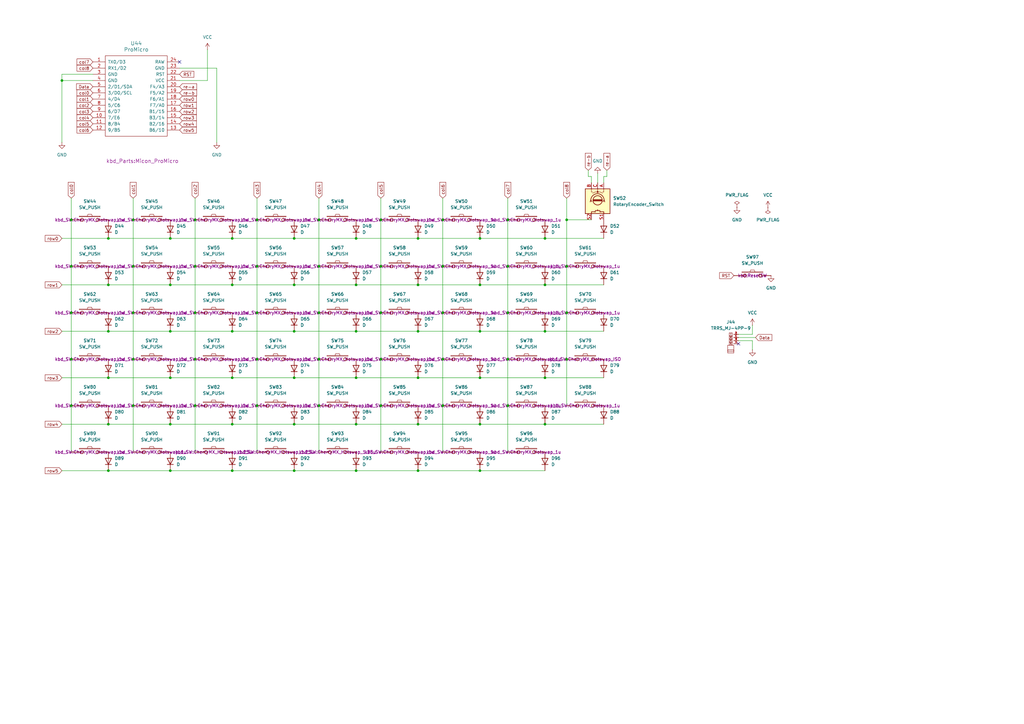
<source format=kicad_sch>
(kicad_sch (version 20231120) (generator "eeschema") (generator_version "8.0")
  (paper "A3")
  (junction (at 69.85 154.94))
  (junction (at 223.52 173.99))
  (junction (at 120.65 173.99))
  (junction (at 120.65 154.94))
  (junction (at 156.21 90.17))
  (junction (at 44.45 154.94))
  (junction (at 232.41 90.17))
  (junction (at 105.41 128.27))
  (junction (at 120.65 135.89))
  (junction (at 146.05 116.84))
  (junction (at 54.61 109.22))
  (junction (at 29.21 166.37))
  (junction (at 54.61 128.27))
  (junction (at 223.52 97.79))
  (junction (at 105.41 147.32))
  (junction (at 181.61 90.17))
  (junction (at 156.21 147.32))
  (junction (at 171.45 97.79))
  (junction (at 69.85 193.04))
  (junction (at 29.21 128.27))
  (junction (at 146.05 193.04))
  (junction (at 120.65 116.84))
  (junction (at 95.25 116.84))
  (junction (at 146.05 173.99))
  (junction (at 54.61 147.32))
  (junction (at 223.52 116.84))
  (junction (at 156.21 166.37))
  (junction (at 54.61 166.37))
  (junction (at 156.21 109.22))
  (junction (at 105.41 109.22))
  (junction (at 196.85 173.99))
  (junction (at 95.25 173.99))
  (junction (at 80.01 109.22))
  (junction (at 29.21 90.17))
  (junction (at 44.45 116.84))
  (junction (at 171.45 135.89))
  (junction (at 171.45 193.04))
  (junction (at 208.28 147.32))
  (junction (at 69.85 173.99))
  (junction (at 95.25 154.94))
  (junction (at 29.21 109.22))
  (junction (at 95.25 97.79))
  (junction (at 171.45 154.94))
  (junction (at 80.01 90.17))
  (junction (at 69.85 116.84))
  (junction (at 146.05 135.89))
  (junction (at 196.85 193.04))
  (junction (at 29.21 147.32))
  (junction (at 120.65 97.79))
  (junction (at 196.85 154.94))
  (junction (at 44.45 173.99))
  (junction (at 196.85 97.79))
  (junction (at 208.28 109.22))
  (junction (at 232.41 147.32))
  (junction (at 208.28 128.27))
  (junction (at 44.45 135.89))
  (junction (at 120.65 193.04))
  (junction (at 208.28 166.37))
  (junction (at 223.52 154.94))
  (junction (at 25.4 33.02))
  (junction (at 232.41 128.27))
  (junction (at 54.61 90.17))
  (junction (at 223.52 135.89))
  (junction (at 181.61 128.27))
  (junction (at 146.05 154.94))
  (junction (at 95.25 193.04))
  (junction (at 105.41 166.37))
  (junction (at 130.81 109.22))
  (junction (at 130.81 166.37))
  (junction (at 171.45 173.99))
  (junction (at 181.61 147.32))
  (junction (at 146.05 97.79))
  (junction (at 181.61 166.37))
  (junction (at 196.85 135.89))
  (junction (at 69.85 97.79))
  (junction (at 105.41 90.17))
  (junction (at 80.01 128.27))
  (junction (at 232.41 109.22))
  (junction (at 130.81 128.27))
  (junction (at 44.45 193.04))
  (junction (at 44.45 97.79))
  (junction (at 156.21 128.27))
  (junction (at 95.25 135.89))
  (junction (at 130.81 90.17))
  (junction (at 208.28 90.17))
  (junction (at 181.61 109.22))
  (junction (at 171.45 116.84))
  (junction (at 196.85 116.84))
  (junction (at 130.81 147.32))
  (junction (at 69.85 135.89))
  (junction (at 80.01 147.32))
  (junction (at 80.01 166.37))
  (no_connect (at 73.66 25.4))
  (no_connect (at 302.895 140.97))
  (wire (pts (xy 105.41 166.37) (xy 105.41 185.42)))
  (wire (pts (xy 44.45 193.04) (xy 69.85 193.04)))
  (wire (pts (xy 232.41 109.22) (xy 232.41 128.27)))
  (wire (pts (xy 242.57 74.93) (xy 242.57 72.39)))
  (wire (pts (xy 120.65 135.89) (xy 146.05 135.89)))
  (wire (pts (xy 245.11 71.12) (xy 245.11 74.93)))
  (wire (pts (xy 69.85 97.79) (xy 95.25 97.79)))
  (wire (pts (xy 29.21 81.28) (xy 29.21 90.17)))
  (wire (pts (xy 232.41 128.27) (xy 232.41 147.32)))
  (wire (pts (xy 181.61 128.27) (xy 181.61 147.32)))
  (wire (pts (xy 181.61 147.32) (xy 181.61 166.37)))
  (wire (pts (xy 54.61 81.28) (xy 54.61 90.17)))
  (wire (pts (xy 105.41 81.28) (xy 105.41 90.17)))
  (wire (pts (xy 85.09 20.32) (xy 85.09 33.02)))
  (wire (pts (xy 73.66 27.94) (xy 88.9 27.94)))
  (wire (pts (xy 44.45 116.84) (xy 69.85 116.84)))
  (wire (pts (xy 29.21 166.37) (xy 29.21 185.42)))
  (wire (pts (xy 196.85 173.99) (xy 223.52 173.99)))
  (wire (pts (xy 95.25 154.94) (xy 120.65 154.94)))
  (wire (pts (xy 181.61 109.22) (xy 181.61 128.27)))
  (wire (pts (xy 171.45 116.84) (xy 196.85 116.84)))
  (wire (pts (xy 146.05 97.79) (xy 171.45 97.79)))
  (wire (pts (xy 302.895 137.16) (xy 308.61 137.16)))
  (wire (pts (xy 156.21 81.28) (xy 156.21 90.17)))
  (wire (pts (xy 25.4 154.94) (xy 44.45 154.94)))
  (wire (pts (xy 29.21 128.27) (xy 29.21 147.32)))
  (wire (pts (xy 223.52 135.89) (xy 247.65 135.89)))
  (wire (pts (xy 130.81 128.27) (xy 130.81 147.32)))
  (wire (pts (xy 146.05 173.99) (xy 171.45 173.99)))
  (wire (pts (xy 95.25 116.84) (xy 120.65 116.84)))
  (wire (pts (xy 171.45 154.94) (xy 196.85 154.94)))
  (wire (pts (xy 69.85 173.99) (xy 95.25 173.99)))
  (wire (pts (xy 208.28 147.32) (xy 208.28 166.37)))
  (wire (pts (xy 54.61 166.37) (xy 54.61 185.42)))
  (wire (pts (xy 105.41 90.17) (xy 105.41 109.22)))
  (wire (pts (xy 223.52 97.79) (xy 247.65 97.79)))
  (wire (pts (xy 171.45 193.04) (xy 196.85 193.04)))
  (wire (pts (xy 25.4 193.04) (xy 44.45 193.04)))
  (wire (pts (xy 302.895 139.7) (xy 308.61 139.7)))
  (wire (pts (xy 29.21 109.22) (xy 29.21 128.27)))
  (wire (pts (xy 105.41 109.22) (xy 105.41 128.27)))
  (wire (pts (xy 232.41 81.28) (xy 232.41 90.17)))
  (wire (pts (xy 25.4 173.99) (xy 44.45 173.99)))
  (wire (pts (xy 29.21 147.32) (xy 29.21 166.37)))
  (wire (pts (xy 208.28 128.27) (xy 208.28 147.32)))
  (wire (pts (xy 80.01 128.27) (xy 80.01 147.32)))
  (wire (pts (xy 80.01 81.28) (xy 80.01 90.17)))
  (wire (pts (xy 156.21 147.32) (xy 156.21 166.37)))
  (wire (pts (xy 80.01 90.17) (xy 80.01 109.22)))
  (wire (pts (xy 69.85 193.04) (xy 95.25 193.04)))
  (wire (pts (xy 85.09 33.02) (xy 73.66 33.02)))
  (wire (pts (xy 196.85 135.89) (xy 223.52 135.89)))
  (wire (pts (xy 80.01 166.37) (xy 80.01 185.42)))
  (wire (pts (xy 302.895 138.43) (xy 309.88 138.43)))
  (wire (pts (xy 242.57 72.39) (xy 241.3 72.39)))
  (wire (pts (xy 54.61 128.27) (xy 54.61 147.32)))
  (wire (pts (xy 146.05 154.94) (xy 171.45 154.94)))
  (wire (pts (xy 130.81 90.17) (xy 130.81 109.22)))
  (wire (pts (xy 248.92 72.39) (xy 247.65 72.39)))
  (wire (pts (xy 25.4 116.84) (xy 44.45 116.84)))
  (wire (pts (xy 120.65 193.04) (xy 146.05 193.04)))
  (wire (pts (xy 248.92 69.85) (xy 248.92 72.39)))
  (wire (pts (xy 308.61 139.7) (xy 308.61 143.51)))
  (wire (pts (xy 308.61 137.16) (xy 308.61 133.35)))
  (wire (pts (xy 130.81 147.32) (xy 130.81 166.37)))
  (wire (pts (xy 196.85 154.94) (xy 223.52 154.94)))
  (wire (pts (xy 44.45 173.99) (xy 69.85 173.99)))
  (wire (pts (xy 223.52 154.94) (xy 247.65 154.94)))
  (wire (pts (xy 208.28 90.17) (xy 208.28 109.22)))
  (wire (pts (xy 241.3 72.39) (xy 241.3 69.85)))
  (wire (pts (xy 171.45 173.99) (xy 196.85 173.99)))
  (wire (pts (xy 95.25 173.99) (xy 120.65 173.99)))
  (wire (pts (xy 120.65 154.94) (xy 146.05 154.94)))
  (wire (pts (xy 88.9 27.94) (xy 88.9 58.42)))
  (wire (pts (xy 25.4 135.89) (xy 44.45 135.89)))
  (wire (pts (xy 146.05 135.89) (xy 171.45 135.89)))
  (wire (pts (xy 223.52 173.99) (xy 247.65 173.99)))
  (wire (pts (xy 105.41 147.32) (xy 105.41 166.37)))
  (wire (pts (xy 54.61 90.17) (xy 54.61 109.22)))
  (wire (pts (xy 80.01 109.22) (xy 80.01 128.27)))
  (wire (pts (xy 69.85 135.89) (xy 95.25 135.89)))
  (wire (pts (xy 25.4 33.02) (xy 38.1 33.02)))
  (wire (pts (xy 156.21 166.37) (xy 156.21 185.42)))
  (wire (pts (xy 120.65 97.79) (xy 146.05 97.79)))
  (wire (pts (xy 25.4 30.48) (xy 25.4 33.02)))
  (wire (pts (xy 44.45 97.79) (xy 69.85 97.79)))
  (wire (pts (xy 120.65 173.99) (xy 146.05 173.99)))
  (wire (pts (xy 247.65 72.39) (xy 247.65 74.93)))
  (wire (pts (xy 181.61 166.37) (xy 181.61 185.42)))
  (wire (pts (xy 156.21 128.27) (xy 156.21 147.32)))
  (wire (pts (xy 95.25 135.89) (xy 120.65 135.89)))
  (wire (pts (xy 95.25 193.04) (xy 120.65 193.04)))
  (wire (pts (xy 44.45 154.94) (xy 69.85 154.94)))
  (wire (pts (xy 196.85 116.84) (xy 223.52 116.84)))
  (wire (pts (xy 54.61 147.32) (xy 54.61 166.37)))
  (wire (pts (xy 196.85 193.04) (xy 223.52 193.04)))
  (wire (pts (xy 120.65 116.84) (xy 146.05 116.84)))
  (wire (pts (xy 156.21 109.22) (xy 156.21 128.27)))
  (wire (pts (xy 146.05 193.04) (xy 171.45 193.04)))
  (wire (pts (xy 223.52 116.84) (xy 247.65 116.84)))
  (wire (pts (xy 44.45 135.89) (xy 69.85 135.89)))
  (wire (pts (xy 196.85 97.79) (xy 223.52 97.79)))
  (wire (pts (xy 29.21 90.17) (xy 29.21 109.22)))
  (wire (pts (xy 80.01 147.32) (xy 80.01 166.37)))
  (wire (pts (xy 130.81 109.22) (xy 130.81 128.27)))
  (wire (pts (xy 181.61 81.28) (xy 181.61 90.17)))
  (wire (pts (xy 208.28 81.28) (xy 208.28 90.17)))
  (wire (pts (xy 105.41 128.27) (xy 105.41 147.32)))
  (wire (pts (xy 171.45 97.79) (xy 196.85 97.79)))
  (wire (pts (xy 171.45 135.89) (xy 196.85 135.89)))
  (wire (pts (xy 38.1 30.48) (xy 25.4 30.48)))
  (wire (pts (xy 69.85 154.94) (xy 95.25 154.94)))
  (wire (pts (xy 181.61 90.17) (xy 181.61 109.22)))
  (wire (pts (xy 232.41 147.32) (xy 232.41 166.37)))
  (wire (pts (xy 232.41 90.17) (xy 242.57 90.17)))
  (wire (pts (xy 232.41 90.17) (xy 232.41 109.22)))
  (wire (pts (xy 25.4 97.79) (xy 44.45 97.79)))
  (wire (pts (xy 146.05 116.84) (xy 171.45 116.84)))
  (wire (pts (xy 156.21 90.17) (xy 156.21 109.22)))
  (wire (pts (xy 208.28 109.22) (xy 208.28 128.27)))
  (wire (pts (xy 69.85 116.84) (xy 95.25 116.84)))
  (wire (pts (xy 130.81 81.28) (xy 130.81 90.17)))
  (wire (pts (xy 130.81 166.37) (xy 130.81 185.42)))
  (wire (pts (xy 25.4 33.02) (xy 25.4 58.42)))
  (wire (pts (xy 95.25 97.79) (xy 120.65 97.79)))
  (wire (pts (xy 208.28 166.37) (xy 208.28 185.42)))
  (wire (pts (xy 54.61 109.22) (xy 54.61 128.27)))
  (global_label "col0" (shape input) (at 38.1 38.1 180) (property "Intersheetrefs" "${INTERSHEET_REFS}" (effects (hide yes))))
  (global_label "row4" (shape input) (at 25.4 173.99 180) (property "Intersheetrefs" "${INTERSHEET_REFS}" (effects (hide yes))))
  (global_label "col1" (shape input) (at 54.61 81.28 90) (property "Intersheetrefs" "${INTERSHEET_REFS}" (effects (hide yes))))
  (global_label "row0" (shape input) (at 25.4 97.79 180) (property "Intersheetrefs" "${INTERSHEET_REFS}" (effects (hide yes))))
  (global_label "col2" (shape input) (at 38.1 43.18 180) (property "Intersheetrefs" "${INTERSHEET_REFS}" (effects (hide yes))))
  (global_label "re-b" (shape input) (at 241.3 69.85 90) (property "Intersheetrefs" "${INTERSHEET_REFS}" (effects (hide yes))))
  (global_label "col3" (shape input) (at 105.41 81.28 90) (property "Intersheetrefs" "${INTERSHEET_REFS}" (effects (hide yes))))
  (global_label "col6" (shape input) (at 181.61 81.28 90) (property "Intersheetrefs" "${INTERSHEET_REFS}" (effects (hide yes))))
  (global_label "row5" (shape input) (at 25.4 193.04 180) (property "Intersheetrefs" "${INTERSHEET_REFS}" (effects (hide yes))))
  (global_label "re-a" (shape input) (at 73.66 35.56 0) (property "Intersheetrefs" "${INTERSHEET_REFS}" (effects (hide yes))))
  (global_label "col0" (shape input) (at 29.21 81.28 90) (property "Intersheetrefs" "${INTERSHEET_REFS}" (effects (hide yes))))
  (global_label "col1" (shape input) (at 38.1 40.64 180) (property "Intersheetrefs" "${INTERSHEET_REFS}" (effects (hide yes))))
  (global_label "row1" (shape input) (at 25.4 116.84 180) (property "Intersheetrefs" "${INTERSHEET_REFS}" (effects (hide yes))))
  (global_label "col8" (shape input) (at 232.41 81.28 90) (property "Intersheetrefs" "${INTERSHEET_REFS}" (effects (hide yes))))
  (global_label "row3" (shape input) (at 25.4 154.94 180) (property "Intersheetrefs" "${INTERSHEET_REFS}" (effects (hide yes))))
  (global_label "row2" (shape input) (at 25.4 135.89 180) (property "Intersheetrefs" "${INTERSHEET_REFS}" (effects (hide yes))))
  (global_label "Data" (shape input) (at 38.1 35.56 180) (property "Intersheetrefs" "${INTERSHEET_REFS}" (effects (hide yes))))
  (global_label "Data" (shape input) (at 309.88 138.43 0) (property "Intersheetrefs" "${INTERSHEET_REFS}" (effects (hide yes))))
  (global_label "col7" (shape input) (at 38.1 25.4 180) (property "Intersheetrefs" "${INTERSHEET_REFS}" (effects (hide yes))))
  (global_label "col5" (shape input) (at 156.21 81.28 90) (property "Intersheetrefs" "${INTERSHEET_REFS}" (effects (hide yes))))
  (global_label "col3" (shape input) (at 38.1 45.72 180) (property "Intersheetrefs" "${INTERSHEET_REFS}" (effects (hide yes))))
  (global_label "re-b" (shape input) (at 73.66 38.1 0) (property "Intersheetrefs" "${INTERSHEET_REFS}" (effects (hide yes))))
  (global_label "col4" (shape input) (at 130.81 81.28 90) (property "Intersheetrefs" "${INTERSHEET_REFS}" (effects (hide yes))))
  (global_label "RST" (shape input) (at 300.99 113.03 180) (property "Intersheetrefs" "${INTERSHEET_REFS}" (effects (hide yes))))
  (global_label "col8" (shape input) (at 38.1 27.94 180) (property "Intersheetrefs" "${INTERSHEET_REFS}" (effects (hide yes))))
  (global_label "row1" (shape input) (at 73.66 43.18 0) (property "Intersheetrefs" "${INTERSHEET_REFS}" (effects (hide yes))))
  (global_label "row5" (shape input) (at 73.66 53.34 0) (property "Intersheetrefs" "${INTERSHEET_REFS}" (effects (hide yes))))
  (global_label "col6" (shape input) (at 38.1 53.34 180) (property "Intersheetrefs" "${INTERSHEET_REFS}" (effects (hide yes))))
  (global_label "row0" (shape input) (at 73.66 40.64 0) (property "Intersheetrefs" "${INTERSHEET_REFS}" (effects (hide yes))))
  (global_label "RST" (shape input) (at 73.66 30.48 0) (property "Intersheetrefs" "${INTERSHEET_REFS}" (effects (hide yes))))
  (global_label "re-a" (shape input) (at 248.92 69.85 90) (property "Intersheetrefs" "${INTERSHEET_REFS}" (effects (hide yes))))
  (global_label "col4" (shape input) (at 38.1 48.26 180) (property "Intersheetrefs" "${INTERSHEET_REFS}" (effects (hide yes))))
  (global_label "col5" (shape input) (at 38.1 50.8 180) (property "Intersheetrefs" "${INTERSHEET_REFS}" (effects (hide yes))))
  (global_label "col7" (shape input) (at 208.28 81.28 90) (property "Intersheetrefs" "${INTERSHEET_REFS}" (effects (hide yes))))
  (global_label "row3" (shape input) (at 73.66 48.26 0) (property "Intersheetrefs" "${INTERSHEET_REFS}" (effects (hide yes))))
  (global_label "col2" (shape input) (at 80.01 81.28 90) (property "Intersheetrefs" "${INTERSHEET_REFS}" (effects (hide yes))))
  (global_label "row4" (shape input) (at 73.66 50.8 0) (property "Intersheetrefs" "${INTERSHEET_REFS}" (effects (hide yes))))
  (global_label "row2" (shape input) (at 73.66 45.72 0) (property "Intersheetrefs" "${INTERSHEET_REFS}" (effects (hide yes))))
  (symbol (lib_id "Device:D") (at 247.65 113.03 90) (unit 1)
    (property "Reference" "D61" (at 250.19 111.7599 90) (effects (justify right)))
    (property "Value" "D" (at 250.19 114.2999 90) (effects (justify right)))
    (property "Footprint" "kbd_Parts:Diode_TH_SMD" (effects (hide yes)))
    (property "Description" "Diode" (effects (hide yes)))
    (property "Sim.Device" "D" (effects (hide yes)))
    (property "Sim.Pins" "1=K 2=A" (effects (hide yes)))
  )
  (symbol (lib_id "kbd:SW_PUSH") (at 138.43 109.22 0) (unit 1)
    (property "Reference" "SW57" (at 138.43 101.6 0))
    (property "Value" "SW_PUSH" (at 138.43 104.14 0))
    (property "Footprint" "kbd_SW:CherryMX_Hotswap_1u" (at 138.43 109.22 0))
  )
  (symbol (lib_id "kbd:SW_PUSH") (at 189.23 166.37 0) (unit 1)
    (property "Reference" "SW86" (at 189.23 158.75 0))
    (property "Value" "SW_PUSH" (at 189.23 161.29 0))
    (property "Footprint" "kbd_SW:CherryMX_Hotswap_1u" (at 189.23 166.37 0))
  )
  (symbol (lib_id "Device:D") (at 146.05 170.18 90) (unit 1)
    (property "Reference" "D84" (at 148.59 168.9099 90) (effects (justify right)))
    (property "Value" "D" (at 148.59 171.4499 90) (effects (justify right)))
    (property "Footprint" "kbd_Parts:Diode_TH_SMD" (effects (hide yes)))
    (property "Description" "Diode" (effects (hide yes)))
    (property "Sim.Device" "D" (effects (hide yes)))
    (property "Sim.Pins" "1=K 2=A" (effects (hide yes)))
  )
  (symbol (lib_id "kbd:SW_PUSH") (at 138.43 128.27 0) (unit 1)
    (property "Reference" "SW66" (at 138.43 120.65 0))
    (property "Value" "SW_PUSH" (at 138.43 123.19 0))
    (property "Footprint" "kbd_SW:CherryMX_Hotswap_1u" (at 138.43 128.27 0))
  )
  (symbol (lib_id "kbd:SW_PUSH") (at 215.9 128.27 0) (unit 1)
    (property "Reference" "SW69" (at 215.9 120.65 0))
    (property "Value" "SW_PUSH" (at 215.9 123.19 0))
    (property "Footprint" "kbd_SW:CherryMX_Hotswap_1u" (at 215.9 128.27 0))
  )
  (symbol (lib_id "power:PWR_FLAG") (at 302.26 85.09 0) (unit 1)
    (property "Reference" "#FLG044" (effects (hide yes)))
    (property "Value" "PWR_FLAG" (at 302.26 80.01 0))
    (property "Description" "Special symbol for telling ERC where power comes from" (effects (hide yes)))
  )
  (symbol (lib_id "kbd:ProMicro") (at 55.88 39.37 0) (unit 1)
    (property "Reference" "U44" (at 55.88 17.78 0) (effects (font (size 1.524 1.524))))
    (property "Value" "ProMicro" (at 55.88 20.32 0) (effects (font (size 1.524 1.524))))
    (property "Footprint" "kbd_Parts:Micon_ProMicro" (at 58.42 66.04 0) (effects (font (size 1.524 1.524))))
  )
  (symbol (lib_id "Device:D") (at 196.85 93.98 90) (unit 1)
    (property "Reference" "D50" (at 199.39 92.7099 90) (effects (justify right)))
    (property "Value" "D" (at 199.39 95.2499 90) (effects (justify right)))
    (property "Footprint" "kbd_Parts:Diode_TH_SMD" (effects (hide yes)))
    (property "Description" "Diode" (effects (hide yes)))
    (property "Sim.Device" "D" (effects (hide yes)))
    (property "Sim.Pins" "1=K 2=A" (effects (hide yes)))
  )
  (symbol (lib_id "Device:D") (at 146.05 189.23 90) (unit 1)
    (property "Reference" "D93" (at 148.59 187.9599 90) (effects (justify right)))
    (property "Value" "D" (at 148.59 190.4999 90) (effects (justify right)))
    (property "Footprint" "kbd_Parts:Diode_TH_SMD" (effects (hide yes)))
    (property "Description" "Diode" (effects (hide yes)))
    (property "Sim.Device" "D" (effects (hide yes)))
    (property "Sim.Pins" "1=K 2=A" (effects (hide yes)))
  )
  (symbol (lib_id "Device:D") (at 171.45 93.98 90) (unit 1)
    (property "Reference" "D49" (at 173.99 92.7099 90) (effects (justify right)))
    (property "Value" "D" (at 173.99 95.2499 90) (effects (justify right)))
    (property "Footprint" "kbd_Parts:Diode_TH_SMD" (effects (hide yes)))
    (property "Description" "Diode" (effects (hide yes)))
    (property "Sim.Device" "D" (effects (hide yes)))
    (property "Sim.Pins" "1=K 2=A" (effects (hide yes)))
  )
  (symbol (lib_id "kbd:SW_PUSH") (at 215.9 109.22 0) (unit 1)
    (property "Reference" "SW60" (at 215.9 101.6 0))
    (property "Value" "SW_PUSH" (at 215.9 104.14 0))
    (property "Footprint" "kbd_SW:CherryMX_Hotswap_1u" (at 215.9 109.22 0))
  )
  (symbol (lib_id "kbd:SW_PUSH") (at 240.03 128.27 0) (unit 1)
    (property "Reference" "SW70" (at 240.03 120.65 0))
    (property "Value" "SW_PUSH" (at 240.03 123.19 0))
    (property "Footprint" "kbd_SW:CherryMX_Hotswap_1u" (at 240.03 128.27 0))
  )
  (symbol (lib_id "power:GND") (at 245.11 71.12 180) (unit 1)
    (property "Reference" "#PWR047" (effects (hide yes)))
    (property "Value" "GND" (at 245.11 66.04 0))
    (property "Description" "Power symbol creates a global label with name \"GND\" , ground" (effects (hide yes)))
  )
  (symbol (lib_id "kbd:SW_PUSH") (at 189.23 90.17 0) (unit 1)
    (property "Reference" "SW50" (at 189.23 82.55 0))
    (property "Value" "SW_PUSH" (at 189.23 85.09 0))
    (property "Footprint" "kbd_SW:CherryMX_Hotswap_1u" (at 189.23 90.17 0))
  )
  (symbol (lib_id "kbd:SW_PUSH") (at 215.9 166.37 0) (unit 1)
    (property "Reference" "SW87" (at 215.9 158.75 0))
    (property "Value" "SW_PUSH" (at 215.9 161.29 0))
    (property "Footprint" "kbd_SW:CherryMX_Hotswap_1u" (at 215.9 166.37 0))
  )
  (symbol (lib_id "power:VCC") (at 85.09 20.32 0) (unit 1)
    (property "Reference" "#PWR044" (effects (hide yes)))
    (property "Value" "VCC" (at 85.09 15.24 0))
    (property "Description" "Power symbol creates a global label with name \"VCC\"" (effects (hide yes)))
  )
  (symbol (lib_id "kbd:SW_PUSH") (at 113.03 128.27 0) (unit 1)
    (property "Reference" "SW65" (at 113.03 120.65 0))
    (property "Value" "SW_PUSH" (at 113.03 123.19 0))
    (property "Footprint" "kbd_SW:CherryMX_Hotswap_1u" (at 113.03 128.27 0))
  )
  (symbol (lib_id "Device:D") (at 171.45 151.13 90) (unit 1)
    (property "Reference" "D76" (at 173.99 149.8599 90) (effects (justify right)))
    (property "Value" "D" (at 173.99 152.3999 90) (effects (justify right)))
    (property "Footprint" "kbd_Parts:Diode_TH_SMD" (effects (hide yes)))
    (property "Description" "Diode" (effects (hide yes)))
    (property "Sim.Device" "D" (effects (hide yes)))
    (property "Sim.Pins" "1=K 2=A" (effects (hide yes)))
  )
  (symbol (lib_id "Device:D") (at 171.45 113.03 90) (unit 1)
    (property "Reference" "D58" (at 173.99 111.7599 90) (effects (justify right)))
    (property "Value" "D" (at 173.99 114.2999 90) (effects (justify right)))
    (property "Footprint" "kbd_Parts:Diode_TH_SMD" (effects (hide yes)))
    (property "Description" "Diode" (effects (hide yes)))
    (property "Sim.Device" "D" (effects (hide yes)))
    (property "Sim.Pins" "1=K 2=A" (effects (hide yes)))
  )
  (symbol (lib_id "Device:D") (at 95.25 113.03 90) (unit 1)
    (property "Reference" "D55" (at 97.79 111.7599 90) (effects (justify right)))
    (property "Value" "D" (at 97.79 114.2999 90) (effects (justify right)))
    (property "Footprint" "kbd_Parts:Diode_TH_SMD" (effects (hide yes)))
    (property "Description" "Diode" (effects (hide yes)))
    (property "Sim.Device" "D" (effects (hide yes)))
    (property "Sim.Pins" "1=K 2=A" (effects (hide yes)))
  )
  (symbol (lib_id "kbd:SW_PUSH") (at 138.43 166.37 0) (unit 1)
    (property "Reference" "SW84" (at 138.43 158.75 0))
    (property "Value" "SW_PUSH" (at 138.43 161.29 0))
    (property "Footprint" "kbd_SW:CherryMX_Hotswap_1u" (at 138.43 166.37 0))
  )
  (symbol (lib_id "Device:RotaryEncoder_Switch") (at 245.11 82.55 270) (unit 1)
    (property "Reference" "SW52" (at 251.46 81.2799 90) (effects (justify left)))
    (property "Value" "RotaryEncoder_Switch" (at 251.46 83.8199 90) (effects (justify left)))
    (property "Footprint" "kbd_Parts:RotaryEncoder_EC12E" (effects (hide yes)))
    (property "Description" "Rotary encoder, dual channel, incremental quadrate outputs, with switch" (effects (hide yes)))
  )
  (symbol (lib_id "Device:D") (at 196.85 189.23 90) (unit 1)
    (property "Reference" "D95" (at 199.39 187.9599 90) (effects (justify right)))
    (property "Value" "D" (at 199.39 190.4999 90) (effects (justify right)))
    (property "Footprint" "kbd_Parts:Diode_TH_SMD" (effects (hide yes)))
    (property "Description" "Diode" (effects (hide yes)))
    (property "Sim.Device" "D" (effects (hide yes)))
    (property "Sim.Pins" "1=K 2=A" (effects (hide yes)))
  )
  (symbol (lib_id "Device:D") (at 120.65 170.18 90) (unit 1)
    (property "Reference" "D83" (at 123.19 168.9099 90) (effects (justify right)))
    (property "Value" "D" (at 123.19 171.4499 90) (effects (justify right)))
    (property "Footprint" "kbd_Parts:Diode_TH_SMD" (effects (hide yes)))
    (property "Description" "Diode" (effects (hide yes)))
    (property "Sim.Device" "D" (effects (hide yes)))
    (property "Sim.Pins" "1=K 2=A" (effects (hide yes)))
  )
  (symbol (lib_id "kbd:SW_PUSH") (at 240.03 147.32 0) (unit 1)
    (property "Reference" "SW79" (at 240.03 139.7 0))
    (property "Value" "SW_PUSH" (at 240.03 142.24 0))
    (property "Footprint" "kbd_SW:CherryMX_Hotswap_ISO" (at 240.03 147.32 0))
  )
  (symbol (lib_id "kbd:SW_PUSH") (at 113.03 90.17 0) (unit 1)
    (property "Reference" "SW47" (at 113.03 82.55 0))
    (property "Value" "SW_PUSH" (at 113.03 85.09 0))
    (property "Footprint" "kbd_SW:CherryMX_Hotswap_1u" (at 113.03 90.17 0))
  )
  (symbol (lib_id "kbd:SW_PUSH") (at 87.63 128.27 0) (unit 1)
    (property "Reference" "SW64" (at 87.63 120.65 0))
    (property "Value" "SW_PUSH" (at 87.63 123.19 0))
    (property "Footprint" "kbd_SW:CherryMX_Hotswap_1u" (at 87.63 128.27 0))
  )
  (symbol (lib_id "power:VCC") (at 314.96 85.09 0) (unit 1)
    (property "Reference" "#PWR050" (effects (hide yes)))
    (property "Value" "VCC" (at 314.96 80.01 0))
    (property "Description" "Power symbol creates a global label with name \"VCC\"" (effects (hide yes)))
  )
  (symbol (lib_id "power:GND") (at 308.61 143.51 0) (unit 1)
    (property "Reference" "#PWR052" (effects (hide yes)))
    (property "Value" "GND" (at 308.61 148.59 0))
    (property "Description" "Power symbol creates a global label with name \"GND\" , ground" (effects (hide yes)))
  )
  (symbol (lib_id "Device:D") (at 69.85 93.98 90) (unit 1)
    (property "Reference" "D45" (at 72.39 92.7099 90) (effects (justify right)))
    (property "Value" "D" (at 72.39 95.2499 90) (effects (justify right)))
    (property "Footprint" "kbd_Parts:Diode_TH_SMD" (effects (hide yes)))
    (property "Description" "Diode" (effects (hide yes)))
    (property "Sim.Device" "D" (effects (hide yes)))
    (property "Sim.Pins" "1=K 2=A" (effects (hide yes)))
  )
  (symbol (lib_id "power:GND") (at 88.9 58.42 0) (unit 1)
    (property "Reference" "#PWR046" (effects (hide yes)))
    (property "Value" "GND" (at 88.9 63.5 0))
    (property "Description" "Power symbol creates a global label with name \"GND\" , ground" (effects (hide yes)))
  )
  (symbol (lib_id "kbd:SW_PUSH") (at 113.03 166.37 0) (unit 1)
    (property "Reference" "SW83" (at 113.03 158.75 0))
    (property "Value" "SW_PUSH" (at 113.03 161.29 0))
    (property "Footprint" "kbd_SW:CherryMX_Hotswap_1u" (at 113.03 166.37 0))
  )
  (symbol (lib_id "kbd:SW_PUSH") (at 87.63 90.17 0) (unit 1)
    (property "Reference" "SW46" (at 87.63 82.55 0))
    (property "Value" "SW_PUSH" (at 87.63 85.09 0))
    (property "Footprint" "kbd_SW:CherryMX_Hotswap_1u" (at 87.63 90.17 0))
  )
  (symbol (lib_id "power:GND") (at 316.23 113.03 0) (unit 1)
    (property "Reference" "#PWR048" (effects (hide yes)))
    (property "Value" "GND" (at 316.23 118.11 0))
    (property "Description" "Power symbol creates a global label with name \"GND\" , ground" (effects (hide yes)))
  )
  (symbol (lib_id "kbd:SW_PUSH") (at 36.83 147.32 0) (unit 1)
    (property "Reference" "SW71" (at 36.83 139.7 0))
    (property "Value" "SW_PUSH" (at 36.83 142.24 0))
    (property "Footprint" "kbd_SW:CherryMX_Hotswap_1u" (at 36.83 147.32 0))
  )
  (symbol (lib_id "Device:D") (at 196.85 170.18 90) (unit 1)
    (property "Reference" "D86" (at 199.39 168.9099 90) (effects (justify right)))
    (property "Value" "D" (at 199.39 171.4499 90) (effects (justify right)))
    (property "Footprint" "kbd_Parts:Diode_TH_SMD" (effects (hide yes)))
    (property "Description" "Diode" (effects (hide yes)))
    (property "Sim.Device" "D" (effects (hide yes)))
    (property "Sim.Pins" "1=K 2=A" (effects (hide yes)))
  )
  (symbol (lib_id "kbd:SW_PUSH") (at 163.83 109.22 0) (unit 1)
    (property "Reference" "SW58" (at 163.83 101.6 0))
    (property "Value" "SW_PUSH" (at 163.83 104.14 0))
    (property "Footprint" "kbd_SW:CherryMX_Hotswap_1u" (at 163.83 109.22 0))
  )
  (symbol (lib_id "Device:D") (at 223.52 93.98 90) (unit 1)
    (property "Reference" "D51" (at 226.06 92.7099 90) (effects (justify right)))
    (property "Value" "D" (at 226.06 95.2499 90) (effects (justify right)))
    (property "Footprint" "kbd_Parts:Diode_TH_SMD" (effects (hide yes)))
    (property "Description" "Diode" (effects (hide yes)))
    (property "Sim.Device" "D" (effects (hide yes)))
    (property "Sim.Pins" "1=K 2=A" (effects (hide yes)))
  )
  (symbol (lib_id "Device:D") (at 69.85 170.18 90) (unit 1)
    (property "Reference" "D81" (at 72.39 168.9099 90) (effects (justify right)))
    (property "Value" "D" (at 72.39 171.4499 90) (effects (justify right)))
    (property "Footprint" "kbd_Parts:Diode_TH_SMD" (effects (hide yes)))
    (property "Description" "Diode" (effects (hide yes)))
    (property "Sim.Device" "D" (effects (hide yes)))
    (property "Sim.Pins" "1=K 2=A" (effects (hide yes)))
  )
  (symbol (lib_id "Device:D") (at 95.25 170.18 90) (unit 1)
    (property "Reference" "D82" (at 97.79 168.9099 90) (effects (justify right)))
    (property "Value" "D" (at 97.79 171.4499 90) (effects (justify right)))
    (property "Footprint" "kbd_Parts:Diode_TH_SMD" (effects (hide yes)))
    (property "Description" "Diode" (effects (hide yes)))
    (property "Sim.Device" "D" (effects (hide yes)))
    (property "Sim.Pins" "1=K 2=A" (effects (hide yes)))
  )
  (symbol (lib_id "Device:D") (at 171.45 189.23 90) (unit 1)
    (property "Reference" "D94" (at 173.99 187.9599 90) (effects (justify right)))
    (property "Value" "D" (at 173.99 190.4999 90) (effects (justify right)))
    (property "Footprint" "kbd_Parts:Diode_TH_SMD" (effects (hide yes)))
    (property "Description" "Diode" (effects (hide yes)))
    (property "Sim.Device" "D" (effects (hide yes)))
    (property "Sim.Pins" "1=K 2=A" (effects (hide yes)))
  )
  (symbol (lib_id "kbd:SW_PUSH") (at 36.83 90.17 0) (unit 1)
    (property "Reference" "SW44" (at 36.83 82.55 0))
    (property "Value" "SW_PUSH" (at 36.83 85.09 0))
    (property "Footprint" "kbd_SW:CherryMX_Hotswap_1u" (at 36.83 90.17 0))
  )
  (symbol (lib_id "Device:D") (at 247.65 170.18 90) (unit 1)
    (property "Reference" "D88" (at 250.19 168.9099 90) (effects (justify right)))
    (property "Value" "D" (at 250.19 171.4499 90) (effects (justify right)))
    (property "Footprint" "kbd_Parts:Diode_TH_SMD" (effects (hide yes)))
    (property "Description" "Diode" (effects (hide yes)))
    (property "Sim.Device" "D" (effects (hide yes)))
    (property "Sim.Pins" "1=K 2=A" (effects (hide yes)))
  )
  (symbol (lib_id "kbd:SW_PUSH") (at 215.9 147.32 0) (unit 1)
    (property "Reference" "SW78" (at 215.9 139.7 0))
    (property "Value" "SW_PUSH" (at 215.9 142.24 0))
    (property "Footprint" "kbd_SW:CherryMX_Hotswap_1u" (at 215.9 147.32 0))
  )
  (symbol (lib_id "Device:D") (at 95.25 189.23 90) (unit 1)
    (property "Reference" "D91" (at 97.79 187.9599 90) (effects (justify right)))
    (property "Value" "D" (at 97.79 190.4999 90) (effects (justify right)))
    (property "Footprint" "kbd_Parts:Diode_TH_SMD" (effects (hide yes)))
    (property "Description" "Diode" (effects (hide yes)))
    (property "Sim.Device" "D" (effects (hide yes)))
    (property "Sim.Pins" "1=K 2=A" (effects (hide yes)))
  )
  (symbol (lib_id "kbd:SW_PUSH") (at 189.23 128.27 0) (unit 1)
    (property "Reference" "SW68" (at 189.23 120.65 0))
    (property "Value" "SW_PUSH" (at 189.23 123.19 0))
    (property "Footprint" "kbd_SW:CherryMX_Hotswap_1u" (at 189.23 128.27 0))
  )
  (symbol (lib_id "kbd:SW_PUSH") (at 163.83 185.42 0) (unit 1)
    (property "Reference" "SW94" (at 163.83 177.8 0))
    (property "Value" "SW_PUSH" (at 163.83 180.34 0))
    (property "Footprint" "kbd_SW:CherryMX_Hotswap_1u" (at 163.83 185.42 0))
  )
  (symbol (lib_id "Device:D") (at 247.65 93.98 90) (unit 1)
    (property "Reference" "D52" (at 250.19 92.7099 90) (effects (justify right)))
    (property "Value" "D" (at 250.19 95.2499 90) (effects (justify right)))
    (property "Footprint" "kbd_Parts:Diode_TH_SMD" (effects (hide yes)))
    (property "Description" "Diode" (effects (hide yes)))
    (property "Sim.Device" "D" (effects (hide yes)))
    (property "Sim.Pins" "1=K 2=A" (effects (hide yes)))
  )
  (symbol (lib_id "Device:D") (at 146.05 151.13 90) (unit 1)
    (property "Reference" "D75" (at 148.59 149.8599 90) (effects (justify right)))
    (property "Value" "D" (at 148.59 152.3999 90) (effects (justify right)))
    (property "Footprint" "kbd_Parts:Diode_TH_SMD" (effects (hide yes)))
    (property "Description" "Diode" (effects (hide yes)))
    (property "Sim.Device" "D" (effects (hide yes)))
    (property "Sim.Pins" "1=K 2=A" (effects (hide yes)))
  )
  (symbol (lib_id "Device:D") (at 44.45 189.23 90) (unit 1)
    (property "Reference" "D89" (at 46.99 187.9599 90) (effects (justify right)))
    (property "Value" "D" (at 46.99 190.4999 90) (effects (justify right)))
    (property "Footprint" "kbd_Parts:Diode_TH_SMD" (effects (hide yes)))
    (property "Description" "Diode" (effects (hide yes)))
    (property "Sim.Device" "D" (effects (hide yes)))
    (property "Sim.Pins" "1=K 2=A" (effects (hide yes)))
  )
  (symbol (lib_id "power:PWR_FLAG") (at 314.96 85.09 180) (unit 1)
    (property "Reference" "#FLG045" (effects (hide yes)))
    (property "Value" "PWR_FLAG" (at 314.96 90.17 0))
    (property "Description" "Special symbol for telling ERC where power comes from" (effects (hide yes)))
  )
  (symbol (lib_id "kbd:SW_PUSH") (at 87.63 185.42 0) (unit 1)
    (property "Reference" "SW91" (at 87.63 177.8 0))
    (property "Value" "SW_PUSH" (at 87.63 180.34 0))
    (property "Footprint" "kbd_SW:CherryMX_Hotswap_1.25u" (at 87.63 185.42 0))
  )
  (symbol (lib_id "kbd:SW_PUSH") (at 62.23 128.27 0) (unit 1)
    (property "Reference" "SW63" (at 62.23 120.65 0))
    (property "Value" "SW_PUSH" (at 62.23 123.19 0))
    (property "Footprint" "kbd_SW:CherryMX_Hotswap_1u" (at 62.23 128.27 0))
  )
  (symbol (lib_id "Device:D") (at 95.25 132.08 90) (unit 1)
    (property "Reference" "D64" (at 97.79 130.8099 90) (effects (justify right)))
    (property "Value" "D" (at 97.79 133.3499 90) (effects (justify right)))
    (property "Footprint" "kbd_Parts:Diode_TH_SMD" (effects (hide yes)))
    (property "Description" "Diode" (effects (hide yes)))
    (property "Sim.Device" "D" (effects (hide yes)))
    (property "Sim.Pins" "1=K 2=A" (effects (hide yes)))
  )
  (symbol (lib_id "Device:D") (at 146.05 132.08 90) (unit 1)
    (property "Reference" "D66" (at 148.59 130.8099 90) (effects (justify right)))
    (property "Value" "D" (at 148.59 133.3499 90) (effects (justify right)))
    (property "Footprint" "kbd_Parts:Diode_TH_SMD" (effects (hide yes)))
    (property "Description" "Diode" (effects (hide yes)))
    (property "Sim.Device" "D" (effects (hide yes)))
    (property "Sim.Pins" "1=K 2=A" (effects (hide yes)))
  )
  (symbol (lib_id "Device:D") (at 69.85 189.23 90) (unit 1)
    (property "Reference" "D90" (at 72.39 187.9599 90) (effects (justify right)))
    (property "Value" "D" (at 72.39 190.4999 90) (effects (justify right)))
    (property "Footprint" "kbd_Parts:Diode_TH_SMD" (effects (hide yes)))
    (property "Description" "Diode" (effects (hide yes)))
    (property "Sim.Device" "D" (effects (hide yes)))
    (property "Sim.Pins" "1=K 2=A" (effects (hide yes)))
  )
  (symbol (lib_id "kbd:SW_PUSH") (at 113.03 109.22 0) (unit 1)
    (property "Reference" "SW56" (at 113.03 101.6 0))
    (property "Value" "SW_PUSH" (at 113.03 104.14 0))
    (property "Footprint" "kbd_SW:CherryMX_Hotswap_1u" (at 113.03 109.22 0))
  )
  (symbol (lib_id "kbd:SW_PUSH") (at 240.03 109.22 0) (unit 1)
    (property "Reference" "SW61" (at 240.03 101.6 0))
    (property "Value" "SW_PUSH" (at 240.03 104.14 0))
    (property "Footprint" "kbd_SW:CherryMX_Hotswap_1u" (at 240.03 109.22 0))
  )
  (symbol (lib_id "kbd:SW_PUSH") (at 189.23 109.22 0) (unit 1)
    (property "Reference" "SW59" (at 189.23 101.6 0))
    (property "Value" "SW_PUSH" (at 189.23 104.14 0))
    (property "Footprint" "kbd_SW:CherryMX_Hotswap_1u" (at 189.23 109.22 0))
  )
  (symbol (lib_id "Device:D") (at 69.85 132.08 90) (unit 1)
    (property "Reference" "D63" (at 72.39 130.8099 90) (effects (justify right)))
    (property "Value" "D" (at 72.39 133.3499 90) (effects (justify right)))
    (property "Footprint" "kbd_Parts:Diode_TH_SMD" (effects (hide yes)))
    (property "Description" "Diode" (effects (hide yes)))
    (property "Sim.Device" "D" (effects (hide yes)))
    (property "Sim.Pins" "1=K 2=A" (effects (hide yes)))
  )
  (symbol (lib_id "Device:D") (at 95.25 151.13 90) (unit 1)
    (property "Reference" "D73" (at 97.79 149.8599 90) (effects (justify right)))
    (property "Value" "D" (at 97.79 152.3999 90) (effects (justify right)))
    (property "Footprint" "kbd_Parts:Diode_TH_SMD" (effects (hide yes)))
    (property "Description" "Diode" (effects (hide yes)))
    (property "Sim.Device" "D" (effects (hide yes)))
    (property "Sim.Pins" "1=K 2=A" (effects (hide yes)))
  )
  (symbol (lib_id "Device:D") (at 120.65 189.23 90) (unit 1)
    (property "Reference" "D92" (at 123.19 187.9599 90) (effects (justify right)))
    (property "Value" "D" (at 123.19 190.4999 90) (effects (justify right)))
    (property "Footprint" "kbd_Parts:Diode_TH_SMD" (effects (hide yes)))
    (property "Description" "Diode" (effects (hide yes)))
    (property "Sim.Device" "D" (effects (hide yes)))
    (property "Sim.Pins" "1=K 2=A" (effects (hide yes)))
  )
  (symbol (lib_id "power:GND") (at 25.4 58.42 0) (unit 1)
    (property "Reference" "#PWR045" (effects (hide yes)))
    (property "Value" "GND" (at 25.4 63.5 0))
    (property "Description" "Power symbol creates a global label with name \"GND\" , ground" (effects (hide yes)))
  )
  (symbol (lib_id "kbd:SW_PUSH") (at 36.83 109.22 0) (unit 1)
    (property "Reference" "SW53" (at 36.83 101.6 0))
    (property "Value" "SW_PUSH" (at 36.83 104.14 0))
    (property "Footprint" "kbd_SW:CherryMX_Hotswap_1u" (at 36.83 109.22 0))
  )
  (symbol (lib_id "kbd:SW_PUSH") (at 138.43 90.17 0) (unit 1)
    (property "Reference" "SW48" (at 138.43 82.55 0))
    (property "Value" "SW_PUSH" (at 138.43 85.09 0))
    (property "Footprint" "kbd_SW:CherryMX_Hotswap_1u" (at 138.43 90.17 0))
  )
  (symbol (lib_id "kbd:SW_PUSH") (at 36.83 128.27 0) (unit 1)
    (property "Reference" "SW62" (at 36.83 120.65 0))
    (property "Value" "SW_PUSH" (at 36.83 123.19 0))
    (property "Footprint" "kbd_SW:CherryMX_Hotswap_1u" (at 36.83 128.27 0))
  )
  (symbol (lib_id "kbd:SW_PUSH") (at 87.63 147.32 0) (unit 1)
    (property "Reference" "SW73" (at 87.63 139.7 0))
    (property "Value" "SW_PUSH" (at 87.63 142.24 0))
    (property "Footprint" "kbd_SW:CherryMX_Hotswap_1u" (at 87.63 147.32 0))
  )
  (symbol (lib_id "Salicylic_kbd:TRRS_MJ-4PP-9") (at 299.72 139.7 0) (unit 1)
    (property "Reference" "J44" (at 299.72 132.08 0))
    (property "Value" "TRRS_MJ-4PP-9" (at 299.72 134.62 0))
    (property "Footprint" "kbd_Parts:TRRS_MJ-4PP-9" (effects (hide yes)))
  )
  (symbol (lib_id "kbd:SW_PUSH") (at 113.03 147.32 0) (unit 1)
    (property "Reference" "SW74" (at 113.03 139.7 0))
    (property "Value" "SW_PUSH" (at 113.03 142.24 0))
    (property "Footprint" "kbd_SW:CherryMX_Hotswap_1u" (at 113.03 147.32 0))
  )
  (symbol (lib_id "Device:D") (at 146.05 113.03 90) (unit 1)
    (property "Reference" "D57" (at 148.59 111.7599 90) (effects (justify right)))
    (property "Value" "D" (at 148.59 114.2999 90) (effects (justify right)))
    (property "Footprint" "kbd_Parts:Diode_TH_SMD" (effects (hide yes)))
    (property "Description" "Diode" (effects (hide yes)))
    (property "Sim.Device" "D" (effects (hide yes)))
    (property "Sim.Pins" "1=K 2=A" (effects (hide yes)))
  )
  (symbol (lib_id "Device:D") (at 196.85 113.03 90) (unit 1)
    (property "Reference" "D59" (at 199.39 111.7599 90) (effects (justify right)))
    (property "Value" "D" (at 199.39 114.2999 90) (effects (justify right)))
    (property "Footprint" "kbd_Parts:Diode_TH_SMD" (effects (hide yes)))
    (property "Description" "Diode" (effects (hide yes)))
    (property "Sim.Device" "D" (effects (hide yes)))
    (property "Sim.Pins" "1=K 2=A" (effects (hide yes)))
  )
  (symbol (lib_id "Device:D") (at 223.52 189.23 90) (unit 1)
    (property "Reference" "D96" (at 226.06 187.9599 90) (effects (justify right)))
    (property "Value" "D" (at 226.06 190.4999 90) (effects (justify right)))
    (property "Footprint" "kbd_Parts:Diode_TH_SMD" (effects (hide yes)))
    (property "Description" "Diode" (effects (hide yes)))
    (property "Sim.Device" "D" (effects (hide yes)))
    (property "Sim.Pins" "1=K 2=A" (effects (hide yes)))
  )
  (symbol (lib_id "Device:D") (at 171.45 170.18 90) (unit 1)
    (property "Reference" "D85" (at 173.99 168.9099 90) (effects (justify right)))
    (property "Value" "D" (at 173.99 171.4499 90) (effects (justify right)))
    (property "Footprint" "kbd_Parts:Diode_TH_SMD" (effects (hide yes)))
    (property "Description" "Diode" (effects (hide yes)))
    (property "Sim.Device" "D" (effects (hide yes)))
    (property "Sim.Pins" "1=K 2=A" (effects (hide yes)))
  )
  (symbol (lib_id "Device:D") (at 196.85 132.08 90) (unit 1)
    (property "Reference" "D68" (at 199.39 130.8099 90) (effects (justify right)))
    (property "Value" "D" (at 199.39 133.3499 90) (effects (justify right)))
    (property "Footprint" "kbd_Parts:Diode_TH_SMD" (effects (hide yes)))
    (property "Description" "Diode" (effects (hide yes)))
    (property "Sim.Device" "D" (effects (hide yes)))
    (property "Sim.Pins" "1=K 2=A" (effects (hide yes)))
  )
  (symbol (lib_id "Device:D") (at 69.85 113.03 90) (unit 1)
    (property "Reference" "D54" (at 72.39 111.7599 90) (effects (justify right)))
    (property "Value" "D" (at 72.39 114.2999 90) (effects (justify right)))
    (property "Footprint" "kbd_Parts:Diode_TH_SMD" (effects (hide yes)))
    (property "Description" "Diode" (effects (hide yes)))
    (property "Sim.Device" "D" (effects (hide yes)))
    (property "Sim.Pins" "1=K 2=A" (effects (hide yes)))
  )
  (symbol (lib_id "Device:D") (at 95.25 93.98 90) (unit 1)
    (property "Reference" "D46" (at 97.79 92.7099 90) (effects (justify right)))
    (property "Value" "D" (at 97.79 95.2499 90) (effects (justify right)))
    (property "Footprint" "kbd_Parts:Diode_TH_SMD" (effects (hide yes)))
    (property "Description" "Diode" (effects (hide yes)))
    (property "Sim.Device" "D" (effects (hide yes)))
    (property "Sim.Pins" "1=K 2=A" (effects (hide yes)))
  )
  (symbol (lib_id "kbd:SW_PUSH") (at 163.83 90.17 0) (unit 1)
    (property "Reference" "SW49" (at 163.83 82.55 0))
    (property "Value" "SW_PUSH" (at 163.83 85.09 0))
    (property "Footprint" "kbd_SW:CherryMX_Hotswap_1u" (at 163.83 90.17 0))
  )
  (symbol (lib_id "Device:D") (at 44.45 151.13 90) (unit 1)
    (property "Reference" "D71" (at 46.99 149.8599 90) (effects (justify right)))
    (property "Value" "D" (at 46.99 152.3999 90) (effects (justify right)))
    (property "Footprint" "kbd_Parts:Diode_TH_SMD" (effects (hide yes)))
    (property "Description" "Diode" (effects (hide yes)))
    (property "Sim.Device" "D" (effects (hide yes)))
    (property "Sim.Pins" "1=K 2=A" (effects (hide yes)))
  )
  (symbol (lib_id "kbd:SW_PUSH") (at 163.83 166.37 0) (unit 1)
    (property "Reference" "SW85" (at 163.83 158.75 0))
    (property "Value" "SW_PUSH" (at 163.83 161.29 0))
    (property "Footprint" "kbd_SW:CherryMX_Hotswap_1u" (at 163.83 166.37 0))
  )
  (symbol (lib_id "Device:D") (at 223.52 132.08 90) (unit 1)
    (property "Reference" "D69" (at 226.06 130.8099 90) (effects (justify right)))
    (property "Value" "D" (at 226.06 133.3499 90) (effects (justify right)))
    (property "Footprint" "kbd_Parts:Diode_TH_SMD" (effects (hide yes)))
    (property "Description" "Diode" (effects (hide yes)))
    (property "Sim.Device" "D" (effects (hide yes)))
    (property "Sim.Pins" "1=K 2=A" (effects (hide yes)))
  )
  (symbol (lib_id "Device:D") (at 120.65 113.03 90) (unit 1)
    (property "Reference" "D56" (at 123.19 111.7599 90) (effects (justify right)))
    (property "Value" "D" (at 123.19 114.2999 90) (effects (justify right)))
    (property "Footprint" "kbd_Parts:Diode_TH_SMD" (effects (hide yes)))
    (property "Description" "Diode" (effects (hide yes)))
    (property "Sim.Device" "D" (effects (hide yes)))
    (property "Sim.Pins" "1=K 2=A" (effects (hide yes)))
  )
  (symbol (lib_id "kbd:SW_PUSH") (at 62.23 185.42 0) (unit 1)
    (property "Reference" "SW90" (at 62.23 177.8 0))
    (property "Value" "SW_PUSH" (at 62.23 180.34 0))
    (property "Footprint" "kbd_SW:CherryMX_Hotswap_1u" (at 62.23 185.42 0))
  )
  (symbol (lib_id "kbd:SW_PUSH") (at 240.03 166.37 0) (unit 1)
    (property "Reference" "SW88" (at 240.03 158.75 0))
    (property "Value" "SW_PUSH" (at 240.03 161.29 0))
    (property "Footprint" "kbd_SW:CherryMX_Hotswap_1u" (at 240.03 166.37 0))
  )
  (symbol (lib_id "kbd:SW_PUSH") (at 163.83 147.32 0) (unit 1)
    (property "Reference" "SW76" (at 163.83 139.7 0))
    (property "Value" "SW_PUSH" (at 163.83 142.24 0))
    (property "Footprint" "kbd_SW:CherryMX_Hotswap_1u" (at 163.83 147.32 0))
  )
  (symbol (lib_id "kbd:SW_PUSH") (at 62.23 147.32 0) (unit 1)
    (property "Reference" "SW72" (at 62.23 139.7 0))
    (property "Value" "SW_PUSH" (at 62.23 142.24 0))
    (property "Footprint" "kbd_SW:CherryMX_Hotswap_1u" (at 62.23 147.32 0))
  )
  (symbol (lib_id "Device:D") (at 44.45 132.08 90) (unit 1)
    (property "Reference" "D62" (at 46.99 130.8099 90) (effects (justify right)))
    (property "Value" "D" (at 46.99 133.3499 90) (effects (justify right)))
    (property "Footprint" "kbd_Parts:Diode_TH_SMD" (effects (hide yes)))
    (property "Description" "Diode" (effects (hide yes)))
    (property "Sim.Device" "D" (effects (hide yes)))
    (property "Sim.Pins" "1=K 2=A" (effects (hide yes)))
  )
  (symbol (lib_id "Device:D") (at 120.65 132.08 90) (unit 1)
    (property "Reference" "D65" (at 123.19 130.8099 90) (effects (justify right)))
    (property "Value" "D" (at 123.19 133.3499 90) (effects (justify right)))
    (property "Footprint" "kbd_Parts:Diode_TH_SMD" (effects (hide yes)))
    (property "Description" "Diode" (effects (hide yes)))
    (property "Sim.Device" "D" (effects (hide yes)))
    (property "Sim.Pins" "1=K 2=A" (effects (hide yes)))
  )
  (symbol (lib_id "kbd:SW_PUSH") (at 87.63 166.37 0) (unit 1)
    (property "Reference" "SW82" (at 87.63 158.75 0))
    (property "Value" "SW_PUSH" (at 87.63 161.29 0))
    (property "Footprint" "kbd_SW:CherryMX_Hotswap_1u" (at 87.63 166.37 0))
  )
  (symbol (lib_id "Device:D") (at 120.65 151.13 90) (unit 1)
    (property "Reference" "D74" (at 123.19 149.8599 90) (effects (justify right)))
    (property "Value" "D" (at 123.19 152.3999 90) (effects (justify right)))
    (property "Footprint" "kbd_Parts:Diode_TH_SMD" (effects (hide yes)))
    (property "Description" "Diode" (effects (hide yes)))
    (property "Sim.Device" "D" (effects (hide yes)))
    (property "Sim.Pins" "1=K 2=A" (effects (hide yes)))
  )
  (symbol (lib_id "power:VCC") (at 308.61 133.35 0) (unit 1)
    (property "Reference" "#PWR051" (effects (hide yes)))
    (property "Value" "VCC" (at 308.61 128.27 0))
    (property "Description" "Power symbol creates a global label with name \"VCC\"" (effects (hide yes)))
  )
  (symbol (lib_id "kbd:SW_PUSH") (at 215.9 90.17 0) (unit 1)
    (property "Reference" "SW51" (at 215.9 82.55 0))
    (property "Value" "SW_PUSH" (at 215.9 85.09 0))
    (property "Footprint" "kbd_SW:CherryMX_Hotswap_1u" (at 215.9 90.17 0))
  )
  (symbol (lib_id "Device:D") (at 223.52 113.03 90) (unit 1)
    (property "Reference" "D60" (at 226.06 111.7599 90) (effects (justify right)))
    (property "Value" "D" (at 226.06 114.2999 90) (effects (justify right)))
    (property "Footprint" "kbd_Parts:Diode_TH_SMD" (effects (hide yes)))
    (property "Description" "Diode" (effects (hide yes)))
    (property "Sim.Device" "D" (effects (hide yes)))
    (property "Sim.Pins" "1=K 2=A" (effects (hide yes)))
  )
  (symbol (lib_id "Device:D") (at 196.85 151.13 90) (unit 1)
    (property "Reference" "D77" (at 199.39 149.8599 90) (effects (justify right)))
    (property "Value" "D" (at 199.39 152.3999 90) (effects (justify right)))
    (property "Footprint" "kbd_Parts:Diode_TH_SMD" (effects (hide yes)))
    (property "Description" "Diode" (effects (hide yes)))
    (property "Sim.Device" "D" (effects (hide yes)))
    (property "Sim.Pins" "1=K 2=A" (effects (hide yes)))
  )
  (symbol (lib_id "kbd:SW_PUSH") (at 62.23 109.22 0) (unit 1)
    (property "Reference" "SW54" (at 62.23 101.6 0))
    (property "Value" "SW_PUSH" (at 62.23 104.14 0))
    (property "Footprint" "kbd_SW:CherryMX_Hotswap_1u" (at 62.23 109.22 0))
  )
  (symbol (lib_id "kbd:SW_PUSH") (at 163.83 128.27 0) (unit 1)
    (property "Reference" "SW67" (at 163.83 120.65 0))
    (property "Value" "SW_PUSH" (at 163.83 123.19 0))
    (property "Footprint" "kbd_SW:CherryMX_Hotswap_1u" (at 163.83 128.27 0))
  )
  (symbol (lib_id "kbd:SW_PUSH") (at 138.43 147.32 0) (unit 1)
    (property "Reference" "SW75" (at 138.43 139.7 0))
    (property "Value" "SW_PUSH" (at 138.43 142.24 0))
    (property "Footprint" "kbd_SW:CherryMX_Hotswap_1u" (at 138.43 147.32 0))
  )
  (symbol (lib_id "Device:D") (at 44.45 93.98 90) (unit 1)
    (property "Reference" "D44" (at 46.99 92.7099 90) (effects (justify right)))
    (property "Value" "D" (at 46.99 95.2499 90) (effects (justify right)))
    (property "Footprint" "kbd_Parts:Diode_TH_SMD" (effects (hide yes)))
    (property "Description" "Diode" (effects (hide yes)))
    (property "Sim.Device" "D" (effects (hide yes)))
    (property "Sim.Pins" "1=K 2=A" (effects (hide yes)))
  )
  (symbol (lib_id "kbd:SW_PUSH") (at 189.23 185.42 0) (unit 1)
    (property "Reference" "SW95" (at 189.23 177.8 0))
    (property "Value" "SW_PUSH" (at 189.23 180.34 0))
    (property "Footprint" "kbd_SW:CherryMX_Hotswap_1u" (at 189.23 185.42 0))
  )
  (symbol (lib_id "kbd:SW_PUSH") (at 36.83 185.42 0) (unit 1)
    (property "Reference" "SW89" (at 36.83 177.8 0))
    (property "Value" "SW_PUSH" (at 36.83 180.34 0))
    (property "Footprint" "kbd_SW:CherryMX_Hotswap_1u" (at 36.83 185.42 0))
  )
  (symbol (lib_id "kbd:SW_PUSH") (at 87.63 109.22 0) (unit 1)
    (property "Reference" "SW55" (at 87.63 101.6 0))
    (property "Value" "SW_PUSH" (at 87.63 104.14 0))
    (property "Footprint" "kbd_SW:CherryMX_Hotswap_1u" (at 87.63 109.22 0))
  )
  (symbol (lib_id "kbd:SW_PUSH") (at 62.23 90.17 0) (unit 1)
    (property "Reference" "SW45" (at 62.23 82.55 0))
    (property "Value" "SW_PUSH" (at 62.23 85.09 0))
    (property "Footprint" "kbd_SW:CherryMX_Hotswap_1u" (at 62.23 90.17 0))
  )
  (symbol (lib_id "Device:D") (at 223.52 151.13 90) (unit 1)
    (property "Reference" "D78" (at 226.06 149.8599 90) (effects (justify right)))
    (property "Value" "D" (at 226.06 152.3999 90) (effects (justify right)))
    (property "Footprint" "kbd_Parts:Diode_TH_SMD" (effects (hide yes)))
    (property "Description" "Diode" (effects (hide yes)))
    (property "Sim.Device" "D" (effects (hide yes)))
    (property "Sim.Pins" "1=K 2=A" (effects (hide yes)))
  )
  (symbol (lib_id "Device:D") (at 223.52 170.18 90) (unit 1)
    (property "Reference" "D87" (at 226.06 168.9099 90) (effects (justify right)))
    (property "Value" "D" (at 226.06 171.4499 90) (effects (justify right)))
    (property "Footprint" "kbd_Parts:Diode_TH_SMD" (effects (hide yes)))
    (property "Description" "Diode" (effects (hide yes)))
    (property "Sim.Device" "D" (effects (hide yes)))
    (property "Sim.Pins" "1=K 2=A" (effects (hide yes)))
  )
  (symbol (lib_id "kbd:SW_PUSH") (at 189.23 147.32 0) (unit 1)
    (property "Reference" "SW77" (at 189.23 139.7 0))
    (property "Value" "SW_PUSH" (at 189.23 142.24 0))
    (property "Footprint" "kbd_SW:CherryMX_Hotswap_1u" (at 189.23 147.32 0))
  )
  (symbol (lib_id "power:GND") (at 302.26 85.09 0) (unit 1)
    (property "Reference" "#PWR049" (effects (hide yes)))
    (property "Value" "GND" (at 302.26 90.17 0))
    (property "Description" "Power symbol creates a global label with name \"GND\" , ground" (effects (hide yes)))
  )
  (symbol (lib_id "Device:D") (at 120.65 93.98 90) (unit 1)
    (property "Reference" "D47" (at 123.19 92.7099 90) (effects (justify right)))
    (property "Value" "D" (at 123.19 95.2499 90) (effects (justify right)))
    (property "Footprint" "kbd_Parts:Diode_TH_SMD" (effects (hide yes)))
    (property "Description" "Diode" (effects (hide yes)))
    (property "Sim.Device" "D" (effects (hide yes)))
    (property "Sim.Pins" "1=K 2=A" (effects (hide yes)))
  )
  (symbol (lib_id "Device:D") (at 69.85 151.13 90) (unit 1)
    (property "Reference" "D72" (at 72.39 149.8599 90) (effects (justify right)))
    (property "Value" "D" (at 72.39 152.3999 90) (effects (justify right)))
    (property "Footprint" "kbd_Parts:Diode_TH_SMD" (effects (hide yes)))
    (property "Description" "Diode" (effects (hide yes)))
    (property "Sim.Device" "D" (effects (hide yes)))
    (property "Sim.Pins" "1=K 2=A" (effects (hide yes)))
  )
  (symbol (lib_id "kbd:SW_PUSH") (at 36.83 166.37 0) (unit 1)
    (property "Reference" "SW80" (at 36.83 158.75 0))
    (property "Value" "SW_PUSH" (at 36.83 161.29 0))
    (property "Footprint" "kbd_SW:CherryMX_Hotswap_1u" (at 36.83 166.37 0))
  )
  (symbol (lib_id "kbd:SW_PUSH") (at 62.23 166.37 0) (unit 1)
    (property "Reference" "SW81" (at 62.23 158.75 0))
    (property "Value" "SW_PUSH" (at 62.23 161.29 0))
    (property "Footprint" "kbd_SW:CherryMX_Hotswap_1u" (at 62.23 166.37 0))
  )
  (symbol (lib_id "kbd:SW_PUSH") (at 215.9 185.42 0) (unit 1)
    (property "Reference" "SW96" (at 215.9 177.8 0))
    (property "Value" "SW_PUSH" (at 215.9 180.34 0))
    (property "Footprint" "kbd_SW:CherryMX_Hotswap_1u" (at 215.9 185.42 0))
  )
  (symbol (lib_id "kbd:SW_PUSH") (at 113.03 185.42 0) (unit 1)
    (property "Reference" "SW92" (at 113.03 177.8 0))
    (property "Value" "SW_PUSH" (at 113.03 180.34 0))
    (property "Footprint" "kbd_SW:CherryMX_Hotswap_1.25u" (at 113.03 185.42 0))
  )
  (symbol (lib_id "kbd:SW_PUSH") (at 308.61 113.03 0) (unit 1)
    (property "Reference" "SW97" (at 308.61 105.41 0))
    (property "Value" "SW_PUSH" (at 308.61 107.95 0))
    (property "Footprint" "kbd:ResetSW" (at 308.61 113.03 0))
  )
  (symbol (lib_id "Device:D") (at 171.45 132.08 90) (unit 1)
    (property "Reference" "D67" (at 173.99 130.8099 90) (effects (justify right)))
    (property "Value" "D" (at 173.99 133.3499 90) (effects (justify right)))
    (property "Footprint" "kbd_Parts:Diode_TH_SMD" (effects (hide yes)))
    (property "Description" "Diode" (effects (hide yes)))
    (property "Sim.Device" "D" (effects (hide yes)))
    (property "Sim.Pins" "1=K 2=A" (effects (hide yes)))
  )
  (symbol (lib_id "kbd:SW_PUSH") (at 138.43 185.42 0) (unit 1)
    (property "Reference" "SW93" (at 138.43 177.8 0))
    (property "Value" "SW_PUSH" (at 138.43 180.34 0))
    (property "Footprint" "kbd_SW:CherryMX_Hotswap_1.25u" (at 138.43 185.42 0))
  )
  (symbol (lib_id "Device:D") (at 44.45 170.18 90) (unit 1)
    (property "Reference" "D80" (at 46.99 168.9099 90) (effects (justify right)))
    (property "Value" "D" (at 46.99 171.4499 90) (effects (justify right)))
    (property "Footprint" "kbd_Parts:Diode_TH_SMD" (effects (hide yes)))
    (property "Description" "Diode" (effects (hide yes)))
    (property "Sim.Device" "D" (effects (hide yes)))
    (property "Sim.Pins" "1=K 2=A" (effects (hide yes)))
  )
  (symbol (lib_id "Device:D") (at 247.65 132.08 90) (unit 1)
    (property "Reference" "D70" (at 250.19 130.8099 90) (effects (justify right)))
    (property "Value" "D" (at 250.19 133.3499 90) (effects (justify right)))
    (property "Footprint" "kbd_Parts:Diode_TH_SMD" (effects (hide yes)))
    (property "Description" "Diode" (effects (hide yes)))
    (property "Sim.Device" "D" (effects (hide yes)))
    (property "Sim.Pins" "1=K 2=A" (effects (hide yes)))
  )
  (symbol (lib_id "Device:D") (at 247.65 151.13 90) (unit 1)
    (property "Reference" "D79" (at 250.19 149.8599 90) (effects (justify right)))
    (property "Value" "D" (at 250.19 152.3999 90) (effects (justify right)))
    (property "Footprint" "kbd_Parts:Diode_TH_SMD" (effects (hide yes)))
    (property "Description" "Diode" (effects (hide yes)))
    (property "Sim.Device" "D" (effects (hide yes)))
    (property "Sim.Pins" "1=K 2=A" (effects (hide yes)))
  )
  (symbol (lib_id "Device:D") (at 44.45 113.03 90) (unit 1)
    (property "Reference" "D53" (at 46.99 111.7599 90) (effects (justify right)))
    (property "Value" "D" (at 46.99 114.2999 90) (effects (justify right)))
    (property "Footprint" "kbd_Parts:Diode_TH_SMD" (effects (hide yes)))
    (property "Description" "Diode" (effects (hide yes)))
    (property "Sim.Device" "D" (effects (hide yes)))
    (property "Sim.Pins" "1=K 2=A" (effects (hide yes)))
  )
  (symbol (lib_id "Device:D") (at 146.05 93.98 90) (unit 1)
    (property "Reference" "D48" (at 148.59 92.7099 90) (effects (justify right)))
    (property "Value" "D" (at 148.59 95.2499 90) (effects (justify right)))
    (property "Footprint" "kbd_Parts:Diode_TH_SMD" (effects (hide yes)))
    (property "Description" "Diode" (effects (hide yes)))
    (property "Sim.Device" "D" (effects (hide yes)))
    (property "Sim.Pins" "1=K 2=A" (effects (hide yes)))
  )
)
</source>
